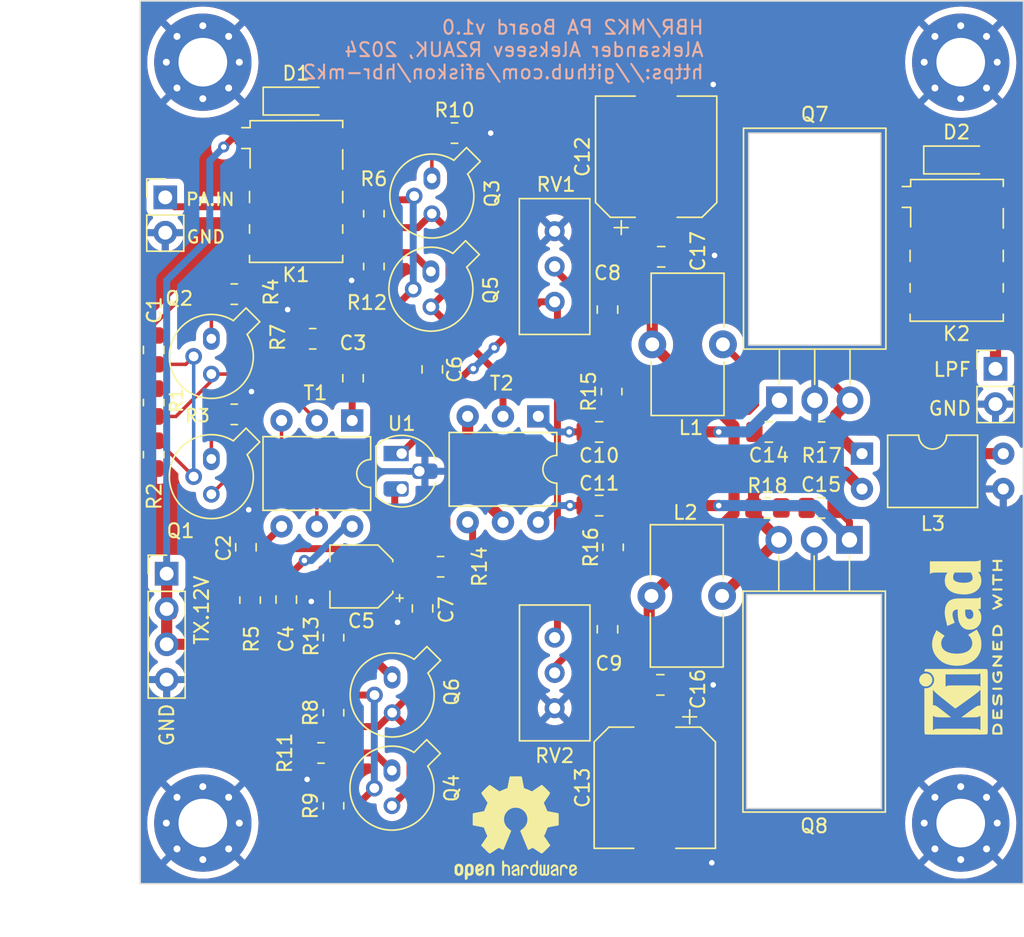
<source format=kicad_pcb>
(kicad_pcb (version 20221018) (generator pcbnew)
  (title_block (title "HBR/MK2 PA Board") (date "2024-02-03") (rev "1.0"))
  (layers (0 "F.Cu" signal) (31 "B.Cu" signal) (34 "B.Paste" user) (35 "F.Paste" user) (36 "B.SilkS" user "B.Silkscreen") (37 "F.SilkS" user "F.Silkscreen") (38 "B.Mask" user) (39 "F.Mask" user) (44 "Edge.Cuts" user))
  (net 0 "")
  (net 1 "PA_IN")
  (net 2 "Net-(Q1-B)")
  (net 3 "Net-(C2-Pad1)")
  (net 4 "GND")
  (net 5 "Net-(C3-Pad1)")
  (net 6 "Net-(Q3-B)")
  (net 7 "Net-(C4-Pad1)")
  (net 8 "Net-(Q4-B)")
  (net 9 "TX_12V")
  (net 10 "PA_5V_REF")
  (net 11 "Net-(C8-Pad1)")
  (net 12 "Net-(C9-Pad1)")
  (net 13 "Net-(C10-Pad1)")
  (net 14 "Net-(Q7-G)")
  (net 15 "Net-(C11-Pad1)")
  (net 16 "Net-(Q8-G)")
  (net 17 "Net-(C14-Pad1)")
  (net 18 "Net-(C15-Pad1)")
  (net 19 "Net-(J2-Pin_1)")
  (net 20 "Net-(J3-Pin_1)")
  (net 21 "PA_OUT")
  (net 22 "Net-(Q7-D)")
  (net 23 "Net-(Q8-D)")
  (net 24 "Net-(Q1-E)")
  (net 25 "Net-(Q1-C)")
  (net 26 "Net-(Q2-E)")
  (net 27 "Net-(Q3-E)")
  (net 28 "Net-(Q3-C)")
  (net 29 "Net-(Q4-E)")
  (net 30 "Net-(Q4-C)")
  (net 31 "Net-(Q5-E)")
  (net 32 "Net-(Q6-E)")
  (net 33 "Net-(R14-Pad2)")
  (net 34 "Net-(T1-Pad3)")
  (net 35 "Net-(K1-Pad2)")
  (footprint "Capacitor_SMD:CP_Elec_4x5.4" (layer "F.Cu") (at 151.4 73.9 180)
    (fp_text reference "C5")
    (fp_text value "10u" hide)
  )
  (footprint "Package_TO_SOT_THT:TO-220-3_Horizontal_TabDown" (layer "F.Cu") (at 186.5 71.27 180)
    (fp_text reference "Q8")
    (fp_text value "RD15HVF1" hide)
  )
  (footprint "Resistor_SMD:R_0805_2012Metric_Pad1.20x1.40mm_HandSolder" (layer "F.Cu") (at 149.4 78.3 90)
    (fp_text reference "R13")
    (fp_text value "47" hide)
  )
  (footprint "Resistor_SMD:R_0805_2012Metric_Pad1.20x1.40mm_HandSolder" (layer "F.Cu") (at 184.5 63.5)
    (fp_text reference "R17")
    (fp_text value "220" hide)
  )
  (footprint "Resistor_SMD:R_0805_2012Metric_Pad1.20x1.40mm_HandSolder" (layer "F.Cu") (at 142.2625 62.2375)
    (fp_text reference "R3")
    (fp_text value "47" hide)
  )
  (footprint "MountingHole:MountingHole_3.5mm_Pad_Via" (layer "F.Cu") (at 140 36.9)
    (fp_text reference "H1" hide)
    (fp_text value "MountingHole_Pad" hide)
  )
  (footprint "MountingHole:MountingHole_3.5mm_Pad_Via" (layer "F.Cu") (at 140 91.643845)
    (fp_text reference "H2" hide)
    (fp_text value "MountingHole_Pad" hide)
  )
  (footprint "Resistor_SMD:R_0805_2012Metric_Pad1.20x1.40mm_HandSolder" (layer "F.Cu") (at 147.9 56.8 180)
    (fp_text reference "R7")
    (fp_text value "100" hide)
  )
  (footprint "Package_TO_SOT_THT:TO-18-3" (layer "F.Cu") (at 153.615276 81.16 -90)
    (fp_text reference "Q6")
    (fp_text value "KT3142A" hide)
  )
  (footprint "Capacitor_SMD:C_0805_2012Metric_Pad1.18x1.45mm_HandSolder" (layer "F.Cu") (at 156.5 59 90)
    (fp_text reference "C6")
    (fp_text value "0.1u" hide)
  )
  (footprint "Capacitor_SMD:C_0805_2012Metric_Pad1.18x1.45mm_HandSolder" (layer "F.Cu") (at 143.1 71.8 90)
    (fp_text reference "C2")
    (fp_text value "0.1u" hide)
  )
  (footprint "Connector_PinHeader_2.54mm:PinHeader_1x02_P2.54mm_Vertical" (layer "F.Cu") (at 197 58.96)
    (fp_text reference "J3" hide)
    (fp_text value "Conn_01x02" hide)
  )
  (footprint "Package_TO_SOT_THT:TO-18-3" (layer "F.Cu") (at 156.4 51.96 -90)
    (fp_text reference "Q5")
    (fp_text value "KT3142A" hide)
  )
  (footprint "Capacitor_SMD:CP_Elec_8x10.5" (layer "F.Cu") (at 172.6 43.7 90)
    (fp_text reference "C12")
    (fp_text value "220u" hide)
  )
  (footprint "Capacitor_SMD:C_0805_2012Metric_Pad1.18x1.45mm_HandSolder" (layer "F.Cu") (at 184.4625 68.97)
    (fp_text reference "C15")
    (fp_text value "2.7p" hide)
  )
  (footprint "Capacitor_SMD:C_0805_2012Metric_Pad1.18x1.45mm_HandSolder" (layer "F.Cu") (at 136.4625 57.6 -90)
    (fp_text reference "C1")
    (fp_text value "0.1u" hide)
  )
  (footprint "Connector_PinHeader_2.54mm:PinHeader_1x02_P2.54mm_Vertical" (layer "F.Cu") (at 137.3 46.625)
    (fp_text reference "J2" hide)
    (fp_text value "Conn_01x02" hide)
  )
  (footprint "Resistor_SMD:R_0805_2012Metric_Pad1.20x1.40mm_HandSolder" (layer "F.Cu") (at 169.5 71.8 -90)
    (fp_text reference "R16")
    (fp_text value "220" hide)
  )
  (footprint "Diode_SMD:D_SOD-123" (layer "F.Cu") (at 146.7 39.7)
    (fp_text reference "D1")
    (fp_text value "1N4148W" hide)
  )
  (footprint "Capacitor_SMD:C_0805_2012Metric_Pad1.18x1.45mm_HandSolder" (layer "F.Cu") (at 169.1 77.7 -90)
    (fp_text reference "C9")
    (fp_text value "0.1u" hide)
  )
  (footprint "Capacitor_SMD:C_0805_2012Metric_Pad1.18x1.45mm_HandSolder" (layer "F.Cu") (at 168.5 63.5)
    (fp_text reference "C10")
    (fp_text value "0.1u" hide)
  )
  (footprint "Capacitor_SMD:C_0805_2012Metric_Pad1.18x1.45mm_HandSolder" (layer "F.Cu") (at 180.7 63.5 180)
    (fp_text reference "C14")
    (fp_text value "2.7p" hide)
  )
  (footprint "Potentiometer_THT:Potentiometer_Bourns_3296W_Vertical" (layer "F.Cu") (at 165.3 78.3 90)
    (fp_text reference "RV2")
    (fp_text value "10K" hide)
  )
  (footprint "Relay_SMD:Relay_DPDT_Omron_G6K-2F-Y" (layer "F.Cu") (at 146.7 46.2)
    (fp_text reference "K1")
    (fp_text value "G6K-2F-Y" hide)
  )
  (footprint "Resistor_SMD:R_0805_2012Metric_Pad1.20x1.40mm_HandSolder" (layer "F.Cu") (at 149.4 90.4 90)
    (fp_text reference "R9")
    (fp_text value "100" hide)
  )
  (footprint "Resistor_SMD:R_0805_2012Metric_Pad1.20x1.40mm_HandSolder" (layer "F.Cu") (at 157.1 73.2)
    (fp_text reference "R14")
    (fp_text value "22" hide)
  )
  (footprint "Resistor_SMD:R_0805_2012Metric_Pad1.20x1.40mm_HandSolder" (layer "F.Cu") (at 143.4 75.6 -90)
    (fp_text reference "R5")
    (fp_text value "22" hide)
  )
  (footprint "Inductor_THT:L_Toroid_Vertical_L10.0mm_W5.0mm_P5.08mm" (layer "F.Cu") (at 172.32 57.2 90)
    (fp_text reference "L1")
    (fp_text value "FT37-43" hide)
  )
  (footprint "Package_TO_SOT_THT:TO-92_HandSolder" (layer "F.Cu") (at 154.3 65.06 -90)
    (fp_text reference "U1")
    (fp_text value "L78L05" hide)
  )
  (footprint "Package_TO_SOT_THT:TO-18-3" (layer "F.Cu") (at 153.6 87.86 -90)
    (fp_text reference "Q4")
    (fp_text value "KT3142A" hide)
  )
  (footprint "Package_TO_SOT_THT:TO-18-3" (layer "F.Cu") (at 140.6125 56.7975 -90)
    (fp_text reference "Q2")
    (fp_text value "KT3142A" hide)
  )
  (footprint "Symbol:OSHW-Logo2_9.8x8mm_SilkScreen" (layer "F.Cu") (at 162.5 92)
    (fp_text reference "SYM1" hide)
    (fp_text value "Logo_Open_Hardware_Small" hide)
  )
  (footprint "Inductor_THT:L_Toroid_Vertical_L10.0mm_W5.0mm_P5.08mm" (layer "F.Cu") (at 172.26 75.3 90)
    (fp_text reference "L2")
    (fp_text value "FT37-43" hide)
  )
  (footprint "Relay_SMD:Relay_DPDT_Omron_G6K-2F-Y" (layer "F.Cu") (at 194.2 50.435)
    (fp_text reference "K2")
    (fp_text value "G6K-2F-Y" hide)
  )
  (footprint "Resistor_SMD:R_0805_2012Metric_Pad1.20x1.40mm_HandSolder" (layer "F.Cu") (at 169.4 60.6 90)
    (fp_text reference "R15")
    (fp_text value "220" hide)
  )
  (footprint "Capacitor_SMD:C_0805_2012Metric_Pad1.18x1.45mm_HandSolder" (layer "F.Cu") (at 168.5 68.8)
    (fp_text reference "C11")
    (fp_text value "0.1u" hide)
  )
  (footprint "MountingHole:MountingHole_3.5mm_Pad_Via" (layer "F.Cu") (at 194.5 36.9)
    (fp_text reference "H3" hide)
    (fp_text value "MountingHole_Pad" hide)
  )
  (footprint "Potentiometer_THT:Potentiometer_Bourns_3296W_Vertical" (layer "F.Cu") (at 165.3 54.14 -90)
    (fp_text reference "RV1")
    (fp_text value "10K" hide)
  )
  (footprint "Connector_PinHeader_2.54mm:PinHeader_1x04_P2.54mm_Vertical" (layer "F.Cu") (at 137.4 73.7)
    (fp_text reference "J1" hide)
    (fp_text value "Conn_01x04" hide)
  )
  (footprint "Package_TO_SOT_THT:TO-220-3_Horizontal_TabDown" (layer "F.Cu") (at 181.46 61.23)
    (fp_text reference "Q7")
    (fp_text value "RD15HVF1" hide)
  )
  (footprint "Package_TO_SOT_THT:TO-18-3" (layer "F.Cu") (at 140.6125 65.4475 -90)
    (fp_text reference "Q1")
    (fp_text value "KT3142A" hide)
  )
  (footprint "Package_TO_SOT_THT:TO-18-3" (layer "F.Cu") (at 156.47 45.26 -90)
    (fp_text reference "Q3")
    (fp_text value "KT3142A" hide)
  )
  (footprint "Resistor_SMD:R_0805_2012Metric_Pad1.20x1.40mm_HandSolder" (layer "F.Cu") (at 152.3 51.6 -90)
    (fp_text reference "R12")
    (fp_text value "47" hide)
  )
  (footprint "Package_DIP:DIP-6_W7.62mm" (layer "F.Cu") (at 164.125 62.38 -90)
    (fp_text reference "T2")
    (fp_text value "FT37-43" hide)
  )
  (footprint "Capacitor_SMD:C_0805_2012Metric_Pad1.18x1.45mm_HandSolder" (layer "F.Cu") (at 146 75.5625 -90)
    (fp_text reference "C4")
    (fp_text value "0.1u" hide)
  )
  (footprint "Capacitor_SMD:C_0805_2012Metric_Pad1.18x1.45mm_HandSolder" (layer "F.Cu") (at 172.9 81.7)
    (fp_text reference "C16")
    (fp_text value "0.1u" hide)
  )
  (footprint "Diode_SMD:D_SOD-123" (layer "F.Cu") (at 194.2 43.935)
    (fp_text reference "D2")
    (fp_text value "1N4148W" hide)
  )
  (footprint "Symbol:KiCad-Logo2_5mm_SilkScreen" (layer "F.Cu") (at 194.5 79 90)
    (fp_text reference "SYM2" hide)
    (fp_text value "SYM_Radio_Waves_Large" hide)
  )
  (footprint "Resistor_SMD:R_0805_2012Metric_Pad1.20x1.40mm_HandSolder" (layer "F.Cu") (at 180.6 68.97 180)
    (fp_text reference "R18")
    (fp_text value "220" hide)
  )
  (footprint "Capacitor_SMD:CP_Elec_8x10.5" (layer "F.Cu") (at 172.5 89.1 -90)
    (fp_text reference "C13")
    (fp_text value "220u" hide)
  )
  (footprint "Package_DIP:DIP-4_W10.16mm" (layer "F.Cu") (at 187.4 65.065)
    (fp_text reference "L3")
    (fp_text value "FT50-43" hide)
  )
  (footprint "Resistor_SMD:R_0805_2012Metric_Pad1.20x1.40mm_HandSolder" (layer "F.Cu") (at 148.5 86.6 180)
    (fp_text reference "R11")
    (fp_text value "47" hide)
  )
  (footprint "Package_DIP:DIP-6_W7.62mm" (layer "F.Cu") (at 150.74 62.68 -90)
    (fp_text reference "T1")
    (fp_text value "FT37-43" hide)
  )
  (footprint "Resistor_SMD:R_0805_2012Metric_Pad1.20x1.40mm_HandSolder" (layer "F.Cu") (at 142.2625 53.5875)
    (fp_text reference "R4")
    (fp_text value "47")
  )
  (footprint "Capacitor_SMD:C_0805_2012Metric_Pad1.18x1.45mm_HandSolder" (layer "F.Cu") (at 155.8 76.2 -90)
    (fp_text reference "C7")
    (fp_text value "0.1u" hide)
  )
  (footprint "MountingHole:MountingHole_3.5mm_Pad_Via" (layer "F.Cu") (at 194.5 91.643845)
    (fp_text reference "H4" hide)
    (fp_text value "MountingHole_Pad" hide)
  )
  (footprint "Resistor_SMD:R_0805_2012Metric_Pad1.20x1.40mm_HandSolder" (layer "F.Cu") (at 158.1 42)
    (fp_text reference "R10")
    (fp_text value "47" hide)
  )
  (footprint "Capacitor_SMD:C_0805_2012Metric_Pad1.18x1.45mm_HandSolder" (layer "F.Cu") (at 150.8 59.6375 90)
    (fp_text reference "C3")
    (fp_text value "0.1u" hide)
  )
  (footprint "Capacitor_SMD:C_0805_2012Metric_Pad1.18x1.45mm_HandSolder" (layer "F.Cu") (at 172.9625 50.9)
    (fp_text reference "C17")
    (fp_text value "0.1u" hide)
  )
  (footprint "Resistor_SMD:R_0805_2012Metric_Pad1.20x1.40mm_HandSolder" (layer "F.Cu") (at 136.4625 61.3875 90)
    (fp_text reference "R1")
    (fp_text value "1K" hide)
  )
  (footprint "Capacitor_SMD:C_0805_2012Metric_Pad1.18x1.45mm_HandSolder" (layer "F.Cu") (at 169.1 54.7 90)
    (fp_text reference "C8")
    (fp_text value "0.1u" hide)
  )
  (footprint "Resistor_SMD:R_0805_2012Metric_Pad1.20x1.40mm_HandSolder" (layer "F.Cu") (at 152.3 47.8 90)
    (fp_text reference "R6")
    (fp_text value "1K" hide)
  )
  (footprint "Resistor_SMD:R_0805_2012Metric_Pad1.20x1.40mm_HandSolder" (layer "F.Cu") (at 149.4 83.7 90)
    (fp_text reference "R8")
    (fp_text value "1K" hide)
  )
  (footprint "Resistor_SMD:R_0805_2012Metric_Pad1.20x1.40mm_HandSolder" (layer "F.Cu") (at 136.4625 65.1375 -90)
    (fp_text reference "R2")
    (fp_text value "100" hide)
  )
  (gr_line (start 199 96) (end 135.5 96) (stroke (width 0.1)) (layer "Edge.Cuts"))
  (gr_line (start 179.1 90.6) (end 179.1 75.2) (stroke (width 0.1)) (layer "Edge.Cuts"))
  (gr_line (start 179.25 42) (end 188.75 42) (stroke (width 0.1)) (layer "Edge.Cuts"))
  (gr_line (start 188.8 90.6) (end 179.1 90.6) (stroke (width 0.1)) (layer "Edge.Cuts"))
  (gr_line (start 135.5 96) (end 135.5 32.5) (stroke (width 0.1)) (layer "Edge.Cuts"))
  (gr_line (start 199 96) (end 199 32.5) (stroke (width 0.1)) (layer "Edge.Cuts"))
  (gr_line (start 179.1 75.2) (end 188.8 75.2) (stroke (width 0.1)) (layer "Edge.Cuts"))
  (gr_line (start 179.25 57.25) (end 179.25 42) (stroke (width 0.1)) (layer "Edge.Cuts"))
  (gr_line (start 188.75 57.25) (end 179.25 57.25) (stroke (width 0.1)) (layer "Edge.Cuts"))
  (gr_line (start 188.75 42) (end 188.75 57.25) (stroke (width 0.1)) (layer "Edge.Cuts"))
  (gr_line (start 188.8 75.2) (end 188.8 90.6) (stroke (width 0.1)) (layer "Edge.Cuts"))
  (gr_line (start 135.5 32.5) (end 199 32.5) (stroke (width 0.1)) (layer "Edge.Cuts"))
  (gr_text "HBR/MK2 PA Board v1.0\nAleksander Alekseev R2AUK, 2024\nhttps://github.com/afiskon/hbr-mk2" (at 176.1 38.2) (layer "B.SilkS") (effects (font (size 1 1)) (justify left bottom mirror)))
  (gr_text "TX.12V" (at 140.5 78.9 90) (layer "F.SilkS") (effects (font (size 1 1)) (justify left bottom)))
  (gr_text "GND" (at 138.75 50) (layer "F.SilkS") (effects (font (size 0.9 0.9)) (justify left bottom)))
  (gr_text "PA.IN" (at 138.7 47.3) (layer "F.SilkS") (effects (font (size 0.9 0.9)) (justify left bottom)))
  (gr_text "GND" (at 192.1 62.4) (layer "F.SilkS") (effects (font (size 1 1)) (justify left bottom)))
  (gr_text "GND" (at 138 86.2 90) (layer "F.SilkS") (effects (font (size 1 1)) (justify left bottom)))
  (gr_text "LPF" (at 192.45 59.6) (layer "F.SilkS") (effects (font (size 1 1)) (justify left bottom)))
  (segment (start 143.2 50) (end 142.3 50) (width 0.25) (layer "F.Cu") (net 1))
  (segment (start 142.8 50) (end 143.2 50) (width 0.25) (layer "F.Cu") (net 1))
  (segment (start 136.4625 55.8375) (end 136.4625 56.5625) (width 0.25) (layer "F.Cu") (net 1))
  (segment (start 142.3 50) (end 136.4625 55.8375) (width 0.25) (layer "F.Cu") (net 1))
  (segment (start 136.4625 64.1375) (end 136.7625 64.1375) (width 0.25) (layer "F.Cu") (net 2))
  (segment (start 138.7725 58.6375) (end 139.3425 58.0675) (width 0.25) (layer "F.Cu") (net 2))
  (segment (start 136.4625 58.6375) (end 138.7725 58.6375) (width 0.25) (layer "F.Cu") (net 2))
  (segment (start 136.7625 64.1375) (end 139.3425 66.7175) (width 0.25) (layer "F.Cu") (net 2))
  (segment (start 136.4625 60.3875) (end 136.4625 58.6375) (width 0.25) (layer "F.Cu") (net 2))
  (segment (start 139.3425 66.7175) (end 139.3425 58.0675) (width 0.25) (layer "B.Cu") (net 2))
  (segment (start 143.1 72.8) (end 143.1 74.3) (width 0.5) (layer "F.Cu") (net 3))
  (segment (start 143.1 74.3) (end 143.4 74.6) (width 0.25) (layer "F.Cu") (net 3))
  (segment (start 143.1 72.8) (end 143.16 72.8) (width 0.25) (layer "F.Cu") (net 3))
  (segment (start 143.16 72.8) (end 145.66 70.3) (width 0.5) (layer "F.Cu") (net 3))
  (via (at 146.1 54.7) (size 0.8) (drill 0.4) (layers "F.Cu" "B.Cu") (net 4))
  (via (at 176.8 50.8) (size 0.8) (drill 0.4) (layers "F.Cu" "B.Cu") (net 4))
  (via (at 176.7 81.7) (size 0.8) (drill 0.4) (layers "F.Cu" "B.Cu") (net 4))
  (via (at 143.3 69.1) (size 0.8) (drill 0.4) (layers "F.Cu" "B.Cu") (net 4))
  (via (at 147.5 88.5) (size 0.8) (drill 0.4) (layers "F.Cu" "B.Cu") (net 4))
  (via (at 150.7 52.6) (size 0.8) (drill 0.4) (layers "F.Cu" "B.Cu") (net 4))
  (via (at 176.6 94.5) (size 0.8) (drill 0.4) (layers "F.Cu" "B.Cu") (net 4))
  (via (at 147.8 75.7) (size 0.8) (drill 0.4) (layers "F.Cu" "B.Cu") (net 4))
  (via (at 160.7 42) (size 0.8) (drill 0.4) (layers "F.Cu" "B.Cu") (net 4))
  (via (at 154 77.2) (size 0.8) (drill 0.4) (layers "F.Cu" "B.Cu") (net 4))
  (via (at 176.7 38.5) (size 0.8) (drill 0.4) (layers "F.Cu" "B.Cu") (net 4))
  (via (at 143.5 60.6) (size 0.8) (drill 0.4) (layers "F.Cu" "B.Cu") (net 4))
  (segment (start 150.74 60.735) (end 150.8 60.675) (width 0.25) (layer "F.Cu") (net 5))
  (segment (start 150.74 62.68) (end 150.74 60.735) (width 0.5) (layer "F.Cu") (net 5))
  (segment (start 152.3 46.8) (end 154.93 46.8) (width 0.5) (layer "F.Cu") (net 6))
  (segment (start 148.9 56.8) (end 149 56.8) (width 0.25) (layer "F.Cu") (net 6))
  (segment (start 149 56.8) (end 150.8 58.6) (width 0.5) (layer "F.Cu") (net 6))
  (segment (start 150.8 58.6) (end 150.8 57.56) (width 0.5) (layer "F.Cu") (net 6))
  (segment (start 150.8 57.56) (end 155.13 53.23) (width 0.5) (layer "F.Cu") (net 6))
  (segment (start 154.93 46.8) (end 155.2 46.53) (width 0.25) (layer "F.Cu") (net 6))
  (segment (start 155.13 53.23) (end 155.13 46.6) (width 0.5) (layer "B.Cu") (net 6))
  (segment (start 155.13 46.6) (end 155.2 46.53) (width 0.25) (layer "B.Cu") (net 6))
  (segment (start 146 74.525) (end 146 74.05) (width 0.25) (layer "F.Cu") (net 7))
  (segment (start 146 74.05) (end 147.3 72.75) (width 0.5) (layer "F.Cu") (net 7))
  (via (at 147.3 72.75) (size 0.8) (drill 0.4) (layers "F.Cu" "B.Cu") (net 7))
  (segment (start 147.3 72.75) (end 147.82 72.75) (width 0.5) (layer "B.Cu") (net 7))
  (segment (start 147.82 72.75) (end 150.27 70.3) (width 0.5) (layer "B.Cu") (net 7))
  (segment (start 147.3 72.75) (end 147.34 72.71) (width 0.25) (layer "B.Cu") (net 7))
  (segment (start 150.27 70.3) (end 150.74 70.3) (width 0.5) (layer "B.Cu") (net 7))
  (segment (start 146 79.3) (end 146 76.6) (width 0.5) (layer "F.Cu") (net 8))
  (segment (start 149.4 82.7) (end 146 79.3) (width 0.5) (layer "F.Cu") (net 8))
  (segment (start 152.33 89.13) (end 150.06 91.4) (width 0.5) (layer "F.Cu") (net 8))
  (segment (start 149.67 82.43) (end 149.4 82.7) (width 0.25) (layer "F.Cu") (net 8))
  (segment (start 152.345276 82.43) (end 149.67 82.43) (width 0.5) (layer "F.Cu") (net 8))
  (segment (start 150.06 91.4) (end 149.4 91.4) (width 0.25) (layer "F.Cu") (net 8))
  (segment (start 152.33 82.445276) (end 152.345276 82.43) (width 0.25) (layer "B.Cu") (net 8))
  (segment (start 152.33 89.13) (end 152.33 82.445276) (width 0.5) (layer "B.Cu") (net 8))
  (segment (start 150.6 95.1) (end 142.3 86.8) (width 0.8) (layer "F.Cu") (net 9))
  (segment (start 137.4 73.7) (end 137.4 76.24) (width 0.8) (layer "F.Cu") (net 9))
  (segment (start 172.32 57.2) (end 172.32 51.295) (width 0.8) (layer "F.Cu") (net 9))
  (segment (start 144.6 73) (end 145.7 71.9) (width 0.5) (layer "F.Cu") (net 9))
  (segment (start 153.6 73.9) (end 154 73.5) (width 0.5) (layer "F.Cu") (net 9))
  (segment (start 192.55 43.935) (end 192.55 43.65) (width 0.5) (layer "F.Cu") (net 9))
  (segment (start 153.2 73.9) (end 154 73.1) (width 0.5) (layer "F.Cu") (net 9))
  (segment (start 190.7 45.785) (end 192.55 43.935) (width 0.8) (layer "F.Cu") (net 9))
  (segment (start 192.55 43.65) (end 188.5 39.6) (width 0.8) (layer "F.Cu") (net 9))
  (segment (start 171.8625 84.7625) (end 172.5 85.4) (width 0.5) (layer "F.Cu") (net 9))
  (segment (start 172.1 75.46) (end 172.26 75.3) (width 0.5) (layer "F.Cu") (net 9))
  (segment (start 172.6 45.9) (end 172.6 47.4) (width 0.5) (layer "F.Cu") (net 9))
  (segment (start 145.7 71.9) (end 151.2 71.9) (width 0.5) (layer "F.Cu") (net 9))
  (segment (start 172.26 75.3) (end 178.2 69.36) (width 0.8) (layer "F.Cu") (net 9))
  (segment (start 141.5 43) (end 142.1 42.4) (width 0.5) (layer "F.Cu") (net 9))
  (segment (start 178.2 63.08) (end 172.32 57.2) (width 0.8) (layer "F.Cu") (net 9))
  (segment (start 156.1 73.2) (end 153.9 73.2) (width 0.8) (layer "F.Cu") (net 9))
  (segment (start 137.4 76.24) (end 137.4 78.78) (width 0.8) (layer "F.Cu") (net 9))
  (segment (start 142.3 79) (end 142.3 77.7) (width 0.8) (layer "F.Cu") (net 9))
  (segment (start 172.5 85.4) (end 162.8 95.1) (width 0.8) (layer "F.Cu") (net 9))
  (segment (start 144.6 76) (end 144.6 73) (width 0.5) (layer "F.Cu") (net 9))
  (segment (start 143.4 76.6) (end 144 76.6) (width 0.5) (layer "F.Cu") (net 9))
  (segment (start 143.2 42.4) (end 143.2 41.55) (width 0.5) (layer "F.Cu") (net 9))
  (segment (start 171.925 50.9) (end 171.925 48.075) (width 0.8) (layer "F.Cu") (net 9))
  (segment (start 152 71.9) (end 153.2 73.1) (width 0.5) (layer "F.Cu") (net 9))
  (segment (start 142.3 77.7) (end 143.4 76.6) (width 0.8) (layer "F.Cu") (net 9))
  (segment (start 172.32 51.295) (end 171.925 50.9) (width 0.8) (layer "F.Cu") (net 9))
  (segment (start 171.925 48.075) (end 172.6 47.4) (width 0.5) (layer "F.Cu") (net 9))
  (segment (start 152 71.9) (end 153.8 70.1) (width 0.5) (layer "F.Cu") (net 9))
  (segment (start 153.2 73.1) (end 153.2 73.9) (width 0.5) (layer "F.Cu") (net 9))
  (segment (start 153.9 73.2) (end 153.2 73.9) (width 0.5) (layer "F.Cu") (net 9))
  (segment (start 137.4 76.24) (end 137.76 76.6) (width 0.8) (layer "F.Cu") (net 9))
  (segment (start 153.8 68.1) (end 154.3 67.6) (width 0.5) (layer "F.Cu") (net 9))
  (segment (start 178.9 39.6) (end 172.6 45.9) (width 0.8) (layer "F.Cu") (net 9))
  (segment (start 155.8 73.5) (end 156.1 73.2) (width 0.5) (layer "F.Cu") (net 9))
  (segment (start 142.3 86.8) (end 142.3 79) (width 0.8) (layer "F.Cu") (net 9))
  (segment (start 171.8625 81.7) (end 172.1 81.4625) (width 0.5) (layer "F.Cu") (net 9))
  (segment (start 190.7 46.635) (end 190.7 45.785) (width 0.8) (layer "F.Cu") (net 9))
  (segment (start 142.1 42.4) (end 143.2 42.4) (width 0.5) (layer "F.Cu") (net 9))
  (segment (start 143.2 41.55) (end 145.05 39.7) (width 0.5) (layer "F.Cu") (net 9))
  (segment (start 137.4 78.78) (end 142.08 78.78) (width 0.8) (layer "F.Cu") (net 9))
  (segment (start 151.2 71.9) (end 152 71.9) (width 0.5) (layer "F.Cu") (net 9))
  (segment (start 142.08 78.78) (end 142.3 79) (width 0.8) (layer "F.Cu") (net 9))
  (segment (start 178.2 69.36) (end 178.2 63.08) (width 0.8) (layer "F.Cu") (net 9))
  (segment (start 144 76.6) (end 144.6 76) (width 0.5) (layer "F.Cu") (net 9))
  (segment (start 153.8 70.1) (end 153.8 68.1) (width 0.5) (layer "F.Cu") (net 9))
  (segment (start 162.8 95.1) (end 150.6 95.1) (width 0.8) (layer "F.Cu") (net 9))
  (segment (start 138 74.3) (end 137.4 73.7) (width 0.5) (layer "F.Cu") (net 9))
  (segment (start 171.8625 81.7) (end 171.8625 84.7625) (width 0.8) (layer "F.Cu") (net 9))
  (segment (start 172.1 81.4625) (end 172.1 75.46) (width 0.8) (layer "F.Cu") (net 9))
  (segment (start 188.5 39.6) (end 178.9 39.6) (width 0.8) (layer "F.Cu") (net 9))
  (segment (start 155.8 75.1625) (end 155.8 73.5) (width 0.8) (layer "F.Cu") (net 9))
  (via (at 141.5 43) (size 0.8) (drill 0.4) (layers "F.Cu" "B.Cu") (net 9))
  (segment (start 141.5 43) (end 140.5 44) (width 0.5) (layer "B.Cu") (net 9))
  (segment (start 137.4 52.6) (end 137.4 73.7) (width 0.5) (layer "B.Cu") (net 9))
  (segment (start 140.5 44) (end 140.5 49.5) (width 0.5) (layer "B.Cu") (net 9))
  (segment (start 137.4 73.7) (end 137.5 73.6) (width 0.5) (layer "B.Cu") (net 9))
  (segment (start 140.5 49.5) (end 137.4 52.6) (width 0.5) (layer "B.Cu") (net 9))
  (segment (start 160.95 57.45) (end 164.26 54.14) (width 0.5) (layer "F.Cu") (net 10))
  (segment (start 165.5 78.1) (end 165.3 78.3) (width 0.5) (layer "F.Cu") (net 10))
  (segment (start 156.5 62.82) (end 156.5 60.0375) (width 0.5) (layer "F.Cu") (net 10))
  (segment (start 159.45 58.95) (end 159.25 58.95) (width 0.5) (layer "F.Cu") (net 10))
  (segment (start 165.5 54.34) (end 165.5 78.1) (width 0.5) (layer "F.Cu") (net 10))
  (segment (start 165.3 54.14) (end 165.5 54.34) (width 0.5) (layer "F.Cu") (net 10))
  (segment (start 159.25 58.95) (end 158.1625 60.0375) (width 0.5) (layer "F.Cu") (net 10))
  (segment (start 158.1625 60.0375) (end 156.5 60.0375) (width 0.5) (layer "F.Cu") (net 10))
  (segment (start 154.3 65.02) (end 156.5 62.82) (width 0.5) (layer "F.Cu") (net 10))
  (segment (start 164.26 54.14) (end 165.3 54.14) (width 0.5) (layer "F.Cu") (net 10))
  (segment (start 154.3 65.06) (end 154.3 65.02) (width 0.5) (layer "F.Cu") (net 10))
  (via (at 159.45 58.95) (size 0.8) (drill 0.4) (layers "F.Cu" "B.Cu") (net 10))
  (via (at 160.95 57.45) (size 0.8) (drill 0.4) (layers "F.Cu" "B.Cu") (net 10))
  (segment (start 160.95 57.45) (end 159.45 58.95) (width 0.5) (layer "B.Cu") (net 10))
  (segment (start 169.4 59.6) (end 169.4 56.0375) (width 0.5) (layer "F.Cu") (net 11))
  (segment (start 165.3 51.6) (end 165.3 51.8) (width 0.25) (layer "F.Cu") (net 11))
  (segment (start 167.2 54.3) (end 168.6375 55.7375) (width 0.5) (layer "F.Cu") (net 11))
  (segment (start 168.6375 55.7375) (end 169.1 55.7375) (width 0.25) (layer "F.Cu") (net 11))
  (segment (start 165.3 51.8) (end 167.2 53.7) (width 0.5) (layer "F.Cu") (net 11))
  (segment (start 167.2 53.7) (end 167.2 54.3) (width 0.5) (layer "F.Cu") (net 11))
  (segment (start 169.4 56.0375) (end 169.1 55.7375) (width 0.25) (layer "F.Cu") (net 11))
  (segment (start 165.3 80.4) (end 169.0375 76.6625) (width 0.5) (layer "F.Cu") (net 12))
  (segment (start 169.4 72.9) (end 169.5 72.8) (width 0.25) (layer "F.Cu") (net 12))
  (segment (start 169.1 76.6625) (end 169.4 76.3625) (width 0.25) (layer "F.Cu") (net 12))
  (segment (start 165.3 80.84) (end 165.3 80.4) (width 0.25) (layer "F.Cu") (net 12))
  (segment (start 169.0375 76.6625) (end 169.1 76.6625) (width 0.25) (layer "F.Cu") (net 12))
  (segment (start 169.4 76.3625) (end 169.4 72.9) (width 0.5) (layer "F.Cu") (net 12))
  (segment (start 167.4625 63.5) (end 166.35 63.5) (width 0.5) (layer "F.Cu") (net 13))
  (via (at 166.35 63.5) (size 0.8) (drill 0.4) (layers "F.Cu" "B.Cu") (net 13))
  (segment (start 165.245 63.5) (end 164.125 62.38) (width 0.5) (layer "B.Cu") (net 13))
  (segment (start 166.35 63.5) (end 165.245 63.5) (width 0.5) (layer "B.Cu") (net 13))
  (segment (start 169.5375 63.5) (end 177.1 63.5) (width 0.8) (layer "F.Cu") (net 14))
  (segment (start 169.4 61.6) (end 169.4 63.3625) (width 0.5) (layer "F.Cu") (net 14))
  (segment (start 169.4 63.3625) (end 169.5375 63.5) (width 0.25) (layer "F.Cu") (net 14))
  (segment (start 179.6625 63.5) (end 179.6625 63.0275) (width 0.25) (layer "F.Cu") (net 14))
  (segment (start 179.6625 63.0275) (end 181.46 61.23) (width 0.5) (layer "F.Cu") (net 14))
  (via (at 177.1 63.5) (size 0.8) (drill 0.4) (layers "F.Cu" "B.Cu") (net 14))
  (segment (start 179.2 63.5) (end 181.46 61.24) (width 0.8) (layer "B.Cu") (net 14))
  (segment (start 181.46 61.24) (end 181.46 61.23) (width 0.8) (layer "B.Cu") (net 14))
  (segment (start 177.1 63.5) (end 179.2 63.5) (width 0.8) (layer "B.Cu") (net 14))
  (segment (start 166.4 68.8) (end 167.4625 68.8) (width 0.5) (layer "F.Cu") (net 15))
  (via (at 166.4 68.8) (size 0.8) (drill 0.4) (layers "F.Cu" "B.Cu") (net 15))
  (segment (start 165.325 68.8) (end 164.125 70) (width 0.5) (layer "B.Cu") (net 15))
  (segment (start 166.4 68.8) (end 165.325 68.8) (width 0.5) (layer "B.Cu") (net 15))
  (segment (start 169.5 68.8375) (end 169.5375 68.8) (width 0.25) (layer "F.Cu") (net 16))
  (segment (start 169.5 70.8) (end 169.5 68.8375) (width 0.5) (layer "F.Cu") (net 16))
  (segment (start 169.5375 68.8) (end 177.1 68.8) (width 0.8) (layer "F.Cu") (net 16))
  (segment (start 186.5 69.97) (end 185.5 68.97) (width 0.5) (layer "F.Cu") (net 16))
  (segment (start 186.5 71.27) (end 186.5 69.97) (width 0.5) (layer "F.Cu") (net 16))
  (via (at 177.1 68.8) (size 0.8) (drill 0.4) (layers "F.Cu" "B.Cu") (net 16))
  (segment (start 177.1 68.8) (end 184.03 68.8) (width 0.8) (layer "B.Cu") (net 16))
  (segment (start 184.03 68.8) (end 186.5 71.27) (width 0.8) (layer "B.Cu") (net 16))
  (segment (start 181.7375 63.5) (end 183.5 63.5) (width 0.5) (layer "F.Cu") (net 17))
  (segment (start 183.425 68.97) (end 181.6 68.97) (width 0.5) (layer "F.Cu") (net 18))
  (segment (start 137.975 47.3) (end 142.7 47.3) (width 0.5) (layer "F.Cu") (net 19))
  (segment (start 142.7 47.3) (end 143.2 47.8) (width 0.5) (layer "F.Cu") (net 19))
  (segment (start 137.3 46.625) (end 137.975 47.3) (width 0.5) (layer "F.Cu") (net 19))
  (segment (start 190.7 52.035) (end 192.635 52.035) (width 0.8) (layer "F.Cu") (net 20))
  (segment (start 192.635 52.035) (end 197 56.4) (width 0.8) (layer "F.Cu") (net 20))
  (segment (start 197 56.4) (end 197 58.96) (width 0.8) (layer "F.Cu") (net 20))
  (segment (start 197.56 65.065) (end 195.765 65.065) (width 0.8) (layer "F.Cu") (net 21))
  (segment (start 190.7 60) (end 190.7 54.235) (width 0.8) (layer "F.Cu") (net 21))
  (segment (start 195.765 65.065) (end 190.7 60) (width 0.8) (layer "F.Cu") (net 21))
  (segment (start 185.5 63.5) (end 185.5 62.27) (width 0.8) (layer "F.Cu") (net 22))
  (segment (start 177.4 57.2) (end 178.8 58.6) (width 0.5) (layer "F.Cu") (net 22))
  (segment (start 187.065 65.065) (end 185.5 63.5) (width 0.8) (layer "F.Cu") (net 22))
  (segment (start 178.8 58.6) (end 183.91 58.6) (width 0.5) (layer "F.Cu") (net 22))
  (segment (start 183.91 58.6) (end 186.54 61.23) (width 0.5) (layer "F.Cu") (net 22))
  (segment (start 185.5 62.27) (end 186.54 61.23) (width 0.8) (layer "F.Cu") (net 22))
  (segment (start 187.4 65.065) (end 187.065 65.065) (width 0.25) (layer "F.Cu") (net 22))
  (segment (start 179.6 67.9) (end 179.6 68.97) (width 0.8) (layer "F.Cu") (net 23))
  (segment (start 179.6 69.45) (end 179.6 68.97) (width 0.25) (layer "F.Cu") (net 23))
  (segment (start 186.195 66.4) (end 181.1 66.4) (width 0.8) (layer "F.Cu") (net 23))
  (segment (start 187.4 67.605) (end 186.195 66.4) (width 0.8) (layer "F.Cu") (net 23))
  (segment (start 181.37 71.27) (end 177.34 75.3) (width 0.8) (layer "F.Cu") (net 23))
  (segment (start 181.1 66.4) (end 179.6 67.9) (width 0.8) (layer "F.Cu") (net 23))
  (segment (start 181.42 71.27) (end 179.6 69.45) (width 0.8) (layer "F.Cu") (net 23))
  (segment (start 181.42 71.27) (end 181.37 71.27) (width 0.25) (layer "F.Cu") (net 23))
  (segment (start 181.37 71.27) (end 181.42 71.27) (width 0.25) (layer "B.Cu") (net 23))
  (segment (start 140.6125 62.8875) (end 141.2625 62.2375) (width 0.25) (layer "F.Cu") (net 24))
  (segment (start 140.6125 65.4475) (end 140.6125 62.8875) (width 0.25) (layer "F.Cu") (net 24))
  (segment (start 138.0625 62.3875) (end 140.6125 59.8375) (width 0.25) (layer "F.Cu") (net 25))
  (segment (start 140.6125 59.3375) (end 142.3 59.3375) (width 0.25) (layer "F.Cu") (net 25))
  (segment (start 142.3 59.3375) (end 144.8575 59.3375) (width 0.25) (layer "F.Cu") (net 25))
  (segment (start 140.6125 67.9875) (end 142.1875 66.4125) (width 0.25) (layer "F.Cu") (net 25))
  (segment (start 137.5625 62.3875) (end 138.0625 62.3875) (width 0.25) (layer "F.Cu") (net 25))
  (segment (start 142.1875 59.45) (end 142.3 59.3375) (width 0.25) (layer "F.Cu") (net 25))
  (segment (start 140.6125 59.8375) (end 140.6125 59.3375) (width 0.25) (layer "F.Cu") (net 25))
  (segment (start 136.4625 62.3875) (end 137.5625 62.3875) (width 0.25) (layer "F.Cu") (net 25))
  (segment (start 142.1875 66.4125) (end 142.1875 59.45) (width 0.25) (layer "F.Cu") (net 25))
  (segment (start 144.8575 59.3375) (end 148.2 62.68) (width 0.25) (layer "F.Cu") (net 25))
  (segment (start 140.6125 54.2375) (end 141.2625 53.5875) (width 0.25) (layer "F.Cu") (net 26))
  (segment (start 140.6125 56.7975) (end 140.6125 54.2375) (width 0.25) (layer "F.Cu") (net 26))
  (segment (start 156.47 42.63) (end 157.1 42) (width 0.25) (layer "F.Cu") (net 27))
  (segment (start 156.47 45.26) (end 156.47 42.63) (width 0.25) (layer "F.Cu") (net 27))
  (segment (start 152.3 48.8) (end 155.47 48.8) (width 0.5) (layer "F.Cu") (net 28))
  (segment (start 157.7 49.03) (end 156.47 47.8) (width 0.5) (layer "F.Cu") (net 28))
  (segment (start 155.47 48.8) (end 156.47 47.8) (width 0.5) (layer "F.Cu") (net 28))
  (segment (start 157.7 53.2) (end 157.7 49.03) (width 0.5) (layer "F.Cu") (net 28))
  (segment (start 156.4 54.5) (end 157.7 53.2) (width 0.5) (layer "F.Cu") (net 28))
  (segment (start 161.585 59.685) (end 156.4 54.5) (width 0.5) (layer "F.Cu") (net 28))
  (segment (start 161.585 62.38) (end 161.585 59.685) (width 0.5) (layer "F.Cu") (net 28))
  (segment (start 152.34 86.6) (end 153.6 87.86) (width 0.5) (layer "F.Cu") (net 29))
  (segment (start 149.5 86.6) (end 152.34 86.6) (width 0.5) (layer "F.Cu") (net 29))
  (segment (start 153.6 90.4) (end 154.9 89.1) (width 0.5) (layer "F.Cu") (net 30))
  (segment (start 159.4 77.915276) (end 159.4 70.355) (width 0.5) (layer "F.Cu") (net 30))
  (segment (start 154.9 89.1) (end 154.9 84.984724) (width 0.5) (layer "F.Cu") (net 30))
  (segment (start 154.9 84.984724) (end 153.615276 83.7) (width 0.5) (layer "F.Cu") (net 30))
  (segment (start 153.615276 83.7) (end 159.4 77.915276) (width 0.5) (layer "F.Cu") (net 30))
  (segment (start 159.4 70.355) (end 159.045 70) (width 0.5) (layer "F.Cu") (net 30))
  (segment (start 152.615276 84.7) (end 153.615276 83.7) (width 0.5) (layer "F.Cu") (net 30))
  (segment (start 149.4 84.7) (end 152.615276 84.7) (width 0.5) (layer "F.Cu") (net 30))
  (segment (start 152.3 50.6) (end 155.04 50.6) (width 0.5) (layer "F.Cu") (net 31))
  (segment (start 155.04 50.6) (end 156.4 51.96) (width 0.5) (layer "F.Cu") (net 31))
  (segment (start 151.755276 79.3) (end 153.615276 81.16) (width 0.6) (layer "F.Cu") (net 32))
  (segment (start 149.4 79.3) (end 151.755276 79.3) (width 0.5) (layer "F.Cu") (net 32))
  (segment (start 158.1 73.2) (end 158.1 72.7) (width 0.25) (layer "F.Cu") (net 33))
  (segment (start 159.045 62.38) (end 159.045 65.3) (width 0.8) (layer "F.Cu") (net 33))
  (segment (start 157.4 72) (end 157.4 68.9) (width 0.8) (layer "F.Cu") (net 33))
  (segment (start 159.045 67.245) (end 161.585 69.785) (width 0.8) (layer "F.Cu") (net 33))
  (segment (start 157.4 68.9) (end 159.045 67.255) (width 0.8) (layer "F.Cu") (net 33))
  (segment (start 159.045 67.255) (end 159.045 65.3) (width 0.8) (layer "F.Cu") (net 33))
  (segment (start 159.045 65.3) (end 159.045 65.445) (width 0.5) (layer "F.Cu") (net 33))
  (segment (start 158.1 72.7) (end 157.4 72) (width 0.8) (layer "F.Cu") (net 33))
  (segment (start 159.045 65.445) (end 159.045 67.245) (width 0.8) (layer "F.Cu") (net 33))
  (segment (start 161.585 69.785) (end 161.585 70) (width 0.8) (layer "F.Cu") (net 33))
  (segment (start 145.66 62.68) (end 145.66 64.66) (width 0.25) (layer "F.Cu") (net 34))
  (segment (start 145.66 64.66) (end 148.2 67.2) (width 0.25) (layer "F.Cu") (net 34))
  (segment (start 148.2 67.2) (end 148.2 70.3) (width 0.25) (layer "F.Cu") (net 34))
  (segment (start 197.8 44.25) (end 197.8 43.3) (width 0.8) (layer "F.Cu") (net 35))
  (segment (start 185.5 34.5) (end 155.7 34.5) (width 0.8) (layer "F.Cu") (net 35))
  (segment (start 192.265 49.785) (end 197.8 44.25) (width 0.8) (layer "F.Cu") (net 35))
  (segment (start 155.7 34.5) (end 144.6 45.6) (width 0.8) (layer "F.Cu") (net 35))
  (segment (start 196.2 41.7) (end 192.7 41.7) (width 0.8) (layer "F.Cu") (net 35))
  (segment (start 190.7 49.835) (end 192.265 49.835) (width 0.8) (layer "F.Cu") (net 35))
  (segment (start 192.265 49.835) (end 192.265 49.785) (width 0.8) (layer "F.Cu") (net 35))
  (segment (start 144.6 45.6) (end 143.2 45.6) (width 0.8) (layer "F.Cu") (net 35))
  (segment (start 197.8 43.3) (end 196.2 41.7) (width 0.8) (layer "F.Cu") (net 35))
  (segment (start 192.7 41.7) (end 185.5 34.5) (width 0.8) (layer "F.Cu") (net 35))
  (zone (net 4) (net_name "GND") (layers "F&B.Cu") (connect_pads (clearance 0.5)) (min_thickness 0.25) (fill yes (thermal_gap 0.5) (thermal_bridge_width 0.5))
    (polygon (pts (xy 135.5 32.5) (xy 199 32.5) (xy 199 96) (xy 135.5 96)))
  )
)
</source>
